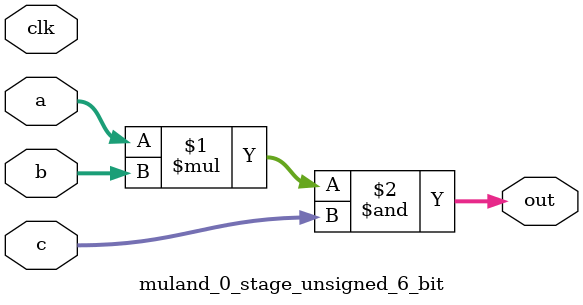
<source format=sv>
(* use_dsp = "yes" *) module muland_0_stage_unsigned_6_bit(
	input  [5:0] a,
	input  [5:0] b,
	input  [5:0] c,
	output [5:0] out,
	input clk);

	assign out = (a * b) & c;
endmodule

</source>
